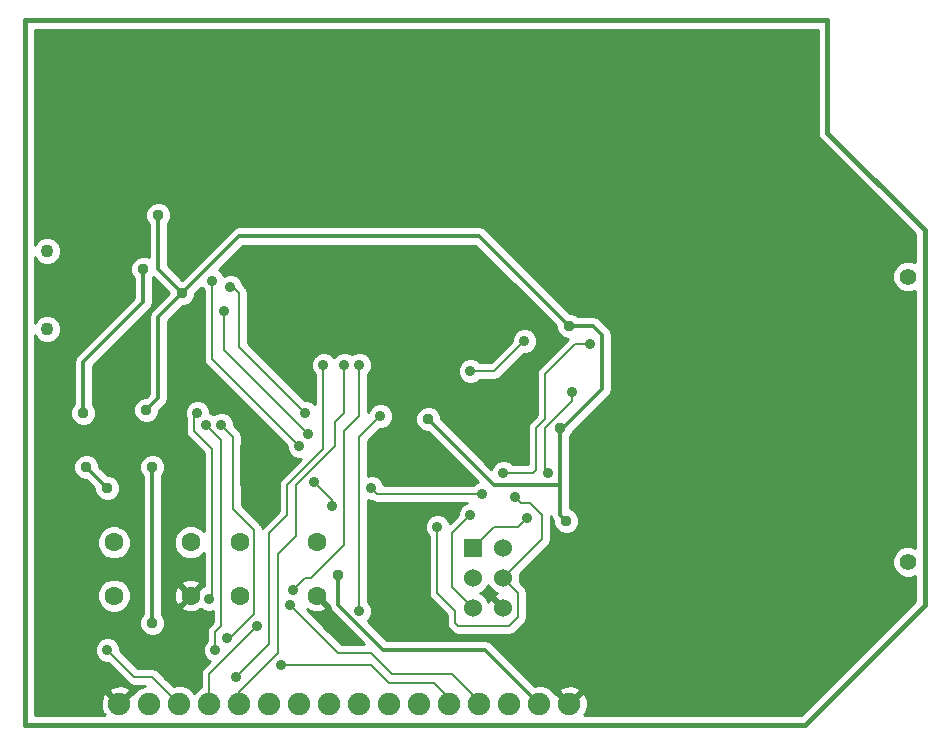
<source format=gbl>
G04 (created by PCBNEW-RS274X (2012-01-19 BZR 3256)-stable) date 6/8/2014 1:57:19 PM*
G01*
G70*
G90*
%MOIN*%
G04 Gerber Fmt 3.4, Leading zero omitted, Abs format*
%FSLAX34Y34*%
G04 APERTURE LIST*
%ADD10C,0.006000*%
%ADD11C,0.015000*%
%ADD12C,0.055100*%
%ADD13C,0.043300*%
%ADD14C,0.074800*%
%ADD15C,0.063000*%
%ADD16R,0.060000X0.060000*%
%ADD17C,0.060000*%
%ADD18C,0.037400*%
%ADD19C,0.035000*%
%ADD20C,0.008000*%
%ADD21C,0.013400*%
%ADD22C,0.010000*%
G04 APERTURE END LIST*
G54D10*
G54D11*
X73750Y-58500D02*
X65000Y-58500D01*
X77750Y-54500D02*
X73750Y-58500D01*
X47750Y-35000D02*
X48250Y-35000D01*
X47750Y-56250D02*
X47750Y-35000D01*
X65000Y-58500D02*
X47750Y-58500D01*
X77750Y-42000D02*
X77750Y-54500D01*
X74500Y-38750D02*
X77750Y-42000D01*
X74500Y-35000D02*
X74500Y-38750D01*
X48250Y-35000D02*
X74500Y-35000D01*
X47750Y-58500D02*
X47750Y-56250D01*
G54D12*
X77183Y-43551D03*
X77183Y-53059D03*
G54D13*
X48500Y-45299D03*
X48500Y-42701D03*
G54D14*
X50900Y-57800D03*
X51900Y-57800D03*
X52900Y-57800D03*
X53900Y-57800D03*
X54900Y-57800D03*
X55900Y-57800D03*
X56900Y-57800D03*
X57900Y-57800D03*
X58900Y-57800D03*
X59900Y-57800D03*
X60900Y-57800D03*
X61900Y-57800D03*
X62900Y-57800D03*
X63900Y-57800D03*
X64900Y-57800D03*
X65900Y-57800D03*
G54D15*
X57480Y-54186D03*
X54920Y-54186D03*
X57480Y-52414D03*
X54920Y-52414D03*
X53280Y-54186D03*
X50720Y-54186D03*
X53280Y-52414D03*
X50720Y-52414D03*
G54D16*
X62700Y-52600D03*
G54D17*
X63700Y-52600D03*
X62700Y-53600D03*
X63700Y-53600D03*
X62700Y-54600D03*
X63700Y-54600D03*
G54D18*
X49700Y-48100D03*
X51700Y-43300D03*
X58200Y-53500D03*
X50500Y-50600D03*
X49800Y-49900D03*
G54D19*
X64400Y-45700D03*
X62600Y-46700D03*
X57100Y-48100D03*
X54600Y-43900D03*
X59300Y-50600D03*
X63000Y-50800D03*
X66600Y-45800D03*
X63700Y-50100D03*
X54500Y-55600D03*
X54300Y-48500D03*
X53800Y-48500D03*
X56300Y-56500D03*
X54100Y-56000D03*
X56600Y-54500D03*
X53900Y-54300D03*
X53500Y-48100D03*
X59600Y-48200D03*
X58900Y-54700D03*
X54800Y-56900D03*
X57700Y-46500D03*
X57400Y-50400D03*
X58000Y-51200D03*
X64500Y-51600D03*
X61500Y-51900D03*
X64100Y-50900D03*
X65200Y-50100D03*
X66000Y-47400D03*
X56900Y-49200D03*
X54000Y-43700D03*
X55500Y-55200D03*
X58900Y-46500D03*
X56700Y-54000D03*
X62600Y-51500D03*
X58400Y-46500D03*
X54400Y-44700D03*
X57200Y-48800D03*
G54D18*
X51800Y-48000D03*
X65900Y-45200D03*
X65800Y-51700D03*
X52000Y-49900D03*
X52000Y-55100D03*
X65600Y-48600D03*
X61200Y-48300D03*
X53000Y-44100D03*
X52200Y-41500D03*
X57400Y-46100D03*
X56600Y-46000D03*
X55200Y-49000D03*
X55300Y-50800D03*
X64600Y-47900D03*
X61200Y-47200D03*
G54D19*
X50500Y-56000D03*
G54D20*
X61700Y-57900D02*
X61700Y-57800D01*
G54D21*
X63100Y-56000D02*
X64900Y-57800D01*
X51700Y-44000D02*
X51700Y-44400D01*
X51700Y-43300D02*
X51700Y-44000D01*
X51700Y-44400D02*
X49700Y-46400D01*
X49700Y-46400D02*
X49700Y-48100D01*
X50500Y-50600D02*
X49800Y-49900D01*
X62300Y-56000D02*
X63100Y-56000D01*
X59700Y-56000D02*
X58200Y-54500D01*
X60900Y-56000D02*
X62300Y-56000D01*
X60900Y-56000D02*
X59700Y-56000D01*
X58200Y-54500D02*
X58200Y-53500D01*
G54D20*
X63400Y-46700D02*
X64400Y-45700D01*
X62600Y-46700D02*
X63400Y-46700D01*
X54900Y-45900D02*
X54900Y-44100D01*
X54900Y-44100D02*
X54700Y-43900D01*
X57100Y-48100D02*
X54900Y-45900D01*
X54700Y-43900D02*
X54600Y-43900D01*
X64700Y-50100D02*
X63700Y-50100D01*
X65100Y-48300D02*
X64800Y-48600D01*
X65100Y-46800D02*
X65100Y-48300D01*
X64800Y-48600D02*
X64800Y-50000D01*
X66100Y-45800D02*
X65100Y-46800D01*
X64800Y-50000D02*
X64700Y-50100D01*
X63000Y-50800D02*
X62100Y-50800D01*
X66600Y-45800D02*
X66100Y-45800D01*
X59300Y-50600D02*
X59500Y-50800D01*
X59500Y-50800D02*
X62100Y-50800D01*
X54600Y-55600D02*
X54500Y-55600D01*
X55200Y-51800D02*
X55400Y-52000D01*
X54300Y-48500D02*
X54700Y-48900D01*
X54700Y-51300D02*
X55200Y-51800D01*
X55400Y-54800D02*
X54600Y-55600D01*
X55400Y-52000D02*
X55400Y-54800D01*
X54700Y-48900D02*
X54700Y-51300D01*
X53800Y-48500D02*
X54300Y-49000D01*
X56300Y-56500D02*
X57900Y-56500D01*
X61900Y-57600D02*
X61400Y-57100D01*
X59100Y-56500D02*
X59300Y-56500D01*
X54300Y-52200D02*
X54300Y-55200D01*
X57900Y-56500D02*
X58400Y-56500D01*
X54300Y-51800D02*
X54300Y-52100D01*
X54300Y-49000D02*
X54300Y-49300D01*
X54300Y-55200D02*
X54100Y-55400D01*
X54300Y-49300D02*
X54300Y-51800D01*
X54100Y-55400D02*
X54100Y-56000D01*
X54300Y-52100D02*
X54300Y-52200D01*
X58400Y-56500D02*
X59100Y-56500D01*
X59900Y-57100D02*
X61400Y-57100D01*
X59300Y-56500D02*
X59900Y-57100D01*
X61900Y-57800D02*
X61900Y-57600D01*
X62000Y-56800D02*
X62100Y-56900D01*
X53400Y-48700D02*
X54000Y-49300D01*
X59300Y-56100D02*
X59600Y-56400D01*
X53400Y-48200D02*
X53400Y-48700D01*
X62900Y-57800D02*
X62900Y-57700D01*
X59000Y-56100D02*
X59300Y-56100D01*
X54000Y-52100D02*
X54000Y-54200D01*
X59600Y-56400D02*
X60000Y-56800D01*
X62900Y-57700D02*
X62100Y-56900D01*
X53500Y-48100D02*
X53400Y-48200D01*
X58200Y-56100D02*
X59000Y-56100D01*
X54000Y-54200D02*
X53900Y-54300D01*
X54000Y-49300D02*
X54000Y-52100D01*
X56600Y-54500D02*
X58200Y-56100D01*
X60000Y-56800D02*
X62000Y-56800D01*
X59600Y-48200D02*
X58900Y-48900D01*
X58900Y-48900D02*
X58900Y-52200D01*
X58900Y-52200D02*
X58900Y-54700D01*
X56500Y-50500D02*
X56500Y-51500D01*
X57700Y-49300D02*
X56500Y-50500D01*
X55900Y-52100D02*
X55900Y-52600D01*
X55900Y-52600D02*
X55900Y-55600D01*
X56500Y-51500D02*
X55900Y-52100D01*
X55900Y-55800D02*
X54800Y-56900D01*
X57700Y-48200D02*
X57700Y-49300D01*
X55900Y-55600D02*
X55900Y-55800D01*
X57700Y-46500D02*
X57700Y-48200D01*
X57400Y-50400D02*
X58000Y-51000D01*
X58000Y-51000D02*
X58000Y-51200D01*
X64500Y-51600D02*
X64200Y-51900D01*
X64200Y-51900D02*
X63400Y-51900D01*
X63400Y-51900D02*
X62700Y-52600D01*
X62100Y-54700D02*
X62100Y-55100D01*
X61500Y-53700D02*
X61500Y-54100D01*
X64200Y-54900D02*
X64200Y-54100D01*
X62200Y-55200D02*
X63900Y-55200D01*
X65100Y-50000D02*
X65200Y-50100D01*
X63900Y-55200D02*
X64200Y-54900D01*
X61500Y-53200D02*
X61500Y-53700D01*
X66000Y-47700D02*
X65100Y-48600D01*
X61500Y-51900D02*
X61500Y-53200D01*
X65100Y-48600D02*
X65100Y-50000D01*
X65000Y-51500D02*
X65000Y-52300D01*
X64100Y-50900D02*
X64300Y-51100D01*
X62100Y-55100D02*
X62200Y-55200D01*
X64300Y-51100D02*
X64600Y-51100D01*
X64600Y-51100D02*
X65000Y-51500D01*
X66000Y-47400D02*
X66000Y-47700D01*
X65000Y-52300D02*
X63700Y-53600D01*
X64200Y-54100D02*
X63700Y-53600D01*
X61500Y-54100D02*
X62100Y-54700D01*
X56900Y-49200D02*
X54000Y-46300D01*
X54000Y-46300D02*
X54000Y-43700D01*
X58400Y-52500D02*
X57600Y-53300D01*
X53900Y-56800D02*
X53900Y-57800D01*
X57100Y-53600D02*
X57300Y-53600D01*
X58400Y-48700D02*
X58400Y-52500D01*
X58900Y-48200D02*
X58400Y-48700D01*
X56700Y-54000D02*
X57100Y-53600D01*
X58900Y-46500D02*
X58900Y-48200D01*
X57300Y-53600D02*
X57600Y-53300D01*
X55500Y-55200D02*
X53900Y-56800D01*
X62000Y-53900D02*
X62700Y-54600D01*
X62000Y-52100D02*
X62000Y-53900D01*
X62600Y-51500D02*
X62000Y-52100D01*
X58400Y-48100D02*
X58100Y-48400D01*
X58100Y-48400D02*
X58100Y-49200D01*
X56800Y-50500D02*
X56800Y-52200D01*
X58400Y-48100D02*
X58400Y-46500D01*
X54900Y-57400D02*
X54900Y-57800D01*
X56200Y-52800D02*
X56200Y-56100D01*
X58100Y-49200D02*
X56800Y-50500D01*
X56800Y-52200D02*
X56200Y-52800D01*
X56200Y-56100D02*
X55400Y-56900D01*
X55400Y-56900D02*
X54900Y-57400D01*
X54400Y-46000D02*
X54400Y-44700D01*
X57200Y-48800D02*
X54400Y-46000D01*
G54D21*
X61200Y-48300D02*
X61500Y-48600D01*
X67000Y-45500D02*
X67000Y-47300D01*
X61500Y-48600D02*
X63400Y-50500D01*
X65600Y-51500D02*
X65800Y-51700D01*
X65900Y-45200D02*
X64400Y-43700D01*
X52200Y-44900D02*
X53000Y-44100D01*
X65600Y-50500D02*
X65600Y-51500D01*
X52200Y-47600D02*
X52200Y-44900D01*
X51800Y-48000D02*
X52200Y-47600D01*
X54900Y-42200D02*
X53000Y-44100D01*
X64400Y-43700D02*
X62900Y-42200D01*
X52000Y-55100D02*
X52000Y-49900D01*
X65600Y-48600D02*
X65600Y-50500D01*
X53000Y-44100D02*
X52200Y-43300D01*
X63400Y-50500D02*
X65600Y-50500D01*
X67000Y-47300D02*
X65700Y-48600D01*
X66700Y-45200D02*
X67000Y-45500D01*
X62900Y-42200D02*
X54900Y-42200D01*
X65700Y-48600D02*
X65600Y-48600D01*
X65900Y-45200D02*
X66700Y-45200D01*
X52200Y-43300D02*
X52200Y-41500D01*
X55000Y-49200D02*
X55000Y-50500D01*
X57400Y-46100D02*
X57300Y-46000D01*
X57300Y-46000D02*
X56600Y-46000D01*
X55000Y-50500D02*
X55300Y-50800D01*
X55200Y-49000D02*
X55000Y-49200D01*
X63900Y-47200D02*
X64600Y-47900D01*
X61200Y-47200D02*
X63900Y-47200D01*
G54D20*
X50500Y-56000D02*
X50700Y-56200D01*
X51400Y-56900D02*
X52000Y-56900D01*
X50700Y-56200D02*
X51400Y-56900D01*
X52000Y-56900D02*
X52900Y-57800D01*
G54D10*
G36*
X59062Y-55810D02*
X59000Y-55810D01*
X58320Y-55810D01*
X57798Y-55287D01*
X57159Y-54648D01*
X57177Y-54629D01*
X57190Y-54670D01*
X57397Y-54744D01*
X57617Y-54733D01*
X57770Y-54670D01*
X57798Y-54575D01*
X57515Y-54292D01*
X57480Y-54257D01*
X57409Y-54186D01*
X57480Y-54115D01*
X57551Y-54186D01*
X57586Y-54221D01*
X57869Y-54504D01*
X57883Y-54499D01*
X57883Y-54500D01*
X57907Y-54622D01*
X57976Y-54724D01*
X59062Y-55810D01*
X59062Y-55810D01*
G37*
G54D22*
X59062Y-55810D02*
X59000Y-55810D01*
X58320Y-55810D01*
X57798Y-55287D01*
X57159Y-54648D01*
X57177Y-54629D01*
X57190Y-54670D01*
X57397Y-54744D01*
X57617Y-54733D01*
X57770Y-54670D01*
X57798Y-54575D01*
X57515Y-54292D01*
X57480Y-54257D01*
X57409Y-54186D01*
X57480Y-54115D01*
X57551Y-54186D01*
X57586Y-54221D01*
X57869Y-54504D01*
X57883Y-54499D01*
X57883Y-54500D01*
X57907Y-54622D01*
X57976Y-54724D01*
X59062Y-55810D01*
G54D10*
G36*
X63771Y-54600D02*
X63700Y-54671D01*
X63629Y-54600D01*
X63594Y-54565D01*
X63322Y-54292D01*
X63228Y-54319D01*
X63204Y-54384D01*
X63165Y-54289D01*
X63011Y-54135D01*
X62926Y-54100D01*
X63011Y-54065D01*
X63165Y-53911D01*
X63200Y-53826D01*
X63235Y-53911D01*
X63389Y-54065D01*
X63480Y-54102D01*
X63419Y-54128D01*
X63392Y-54222D01*
X63665Y-54494D01*
X63700Y-54529D01*
X63771Y-54600D01*
X63771Y-54600D01*
G37*
G54D22*
X63771Y-54600D02*
X63700Y-54671D01*
X63629Y-54600D01*
X63594Y-54565D01*
X63322Y-54292D01*
X63228Y-54319D01*
X63204Y-54384D01*
X63165Y-54289D01*
X63011Y-54135D01*
X62926Y-54100D01*
X63011Y-54065D01*
X63165Y-53911D01*
X63200Y-53826D01*
X63235Y-53911D01*
X63389Y-54065D01*
X63480Y-54102D01*
X63419Y-54128D01*
X63392Y-54222D01*
X63665Y-54494D01*
X63700Y-54529D01*
X63771Y-54600D01*
G54D10*
G36*
X65853Y-45637D02*
X64895Y-46595D01*
X64832Y-46689D01*
X64825Y-46724D01*
X64825Y-45785D01*
X64825Y-45616D01*
X64761Y-45460D01*
X64641Y-45340D01*
X64485Y-45275D01*
X64316Y-45275D01*
X64160Y-45339D01*
X64040Y-45459D01*
X63975Y-45615D01*
X63975Y-45715D01*
X63280Y-46410D01*
X62911Y-46410D01*
X62841Y-46340D01*
X62685Y-46275D01*
X62516Y-46275D01*
X62360Y-46339D01*
X62240Y-46459D01*
X62175Y-46615D01*
X62175Y-46784D01*
X62239Y-46940D01*
X62359Y-47060D01*
X62515Y-47125D01*
X62684Y-47125D01*
X62840Y-47061D01*
X62911Y-46990D01*
X63400Y-46990D01*
X63511Y-46968D01*
X63605Y-46905D01*
X64385Y-46125D01*
X64484Y-46125D01*
X64640Y-46061D01*
X64760Y-45941D01*
X64825Y-45785D01*
X64825Y-46724D01*
X64810Y-46800D01*
X64810Y-48180D01*
X64595Y-48395D01*
X64532Y-48489D01*
X64510Y-48600D01*
X64510Y-49810D01*
X64011Y-49810D01*
X63941Y-49740D01*
X63785Y-49675D01*
X63616Y-49675D01*
X63460Y-49739D01*
X63340Y-49859D01*
X63300Y-49952D01*
X61724Y-48376D01*
X61637Y-48289D01*
X61637Y-48214D01*
X61571Y-48053D01*
X61448Y-47930D01*
X61288Y-47863D01*
X61114Y-47863D01*
X60953Y-47929D01*
X60830Y-48052D01*
X60763Y-48212D01*
X60763Y-48386D01*
X60829Y-48547D01*
X60952Y-48670D01*
X61112Y-48737D01*
X61189Y-48737D01*
X61276Y-48824D01*
X62852Y-50400D01*
X62760Y-50439D01*
X62689Y-50510D01*
X62100Y-50510D01*
X59722Y-50510D01*
X59661Y-50360D01*
X59541Y-50240D01*
X59385Y-50175D01*
X59216Y-50175D01*
X59190Y-50185D01*
X59190Y-49020D01*
X59585Y-48625D01*
X59684Y-48625D01*
X59840Y-48561D01*
X59960Y-48441D01*
X60025Y-48285D01*
X60025Y-48116D01*
X59961Y-47960D01*
X59841Y-47840D01*
X59685Y-47775D01*
X59516Y-47775D01*
X59360Y-47839D01*
X59240Y-47959D01*
X59190Y-48079D01*
X59190Y-46811D01*
X59260Y-46741D01*
X59325Y-46585D01*
X59325Y-46416D01*
X59261Y-46260D01*
X59141Y-46140D01*
X58985Y-46075D01*
X58816Y-46075D01*
X58660Y-46139D01*
X58650Y-46149D01*
X58641Y-46140D01*
X58485Y-46075D01*
X58316Y-46075D01*
X58160Y-46139D01*
X58050Y-46249D01*
X57941Y-46140D01*
X57785Y-46075D01*
X57616Y-46075D01*
X57460Y-46139D01*
X57340Y-46259D01*
X57275Y-46415D01*
X57275Y-46584D01*
X57339Y-46740D01*
X57410Y-46811D01*
X57410Y-47809D01*
X57341Y-47740D01*
X57185Y-47675D01*
X57085Y-47675D01*
X55190Y-45780D01*
X55190Y-44100D01*
X55189Y-44099D01*
X55168Y-43989D01*
X55167Y-43988D01*
X55105Y-43895D01*
X55104Y-43894D01*
X55024Y-43814D01*
X54961Y-43660D01*
X54841Y-43540D01*
X54685Y-43475D01*
X54516Y-43475D01*
X54388Y-43527D01*
X54361Y-43460D01*
X54241Y-43340D01*
X54217Y-43330D01*
X55031Y-42517D01*
X62769Y-42517D01*
X64176Y-43924D01*
X65463Y-45211D01*
X65463Y-45286D01*
X65529Y-45447D01*
X65652Y-45570D01*
X65812Y-45637D01*
X65853Y-45637D01*
X65853Y-45637D01*
G37*
G54D22*
X65853Y-45637D02*
X64895Y-46595D01*
X64832Y-46689D01*
X64825Y-46724D01*
X64825Y-45785D01*
X64825Y-45616D01*
X64761Y-45460D01*
X64641Y-45340D01*
X64485Y-45275D01*
X64316Y-45275D01*
X64160Y-45339D01*
X64040Y-45459D01*
X63975Y-45615D01*
X63975Y-45715D01*
X63280Y-46410D01*
X62911Y-46410D01*
X62841Y-46340D01*
X62685Y-46275D01*
X62516Y-46275D01*
X62360Y-46339D01*
X62240Y-46459D01*
X62175Y-46615D01*
X62175Y-46784D01*
X62239Y-46940D01*
X62359Y-47060D01*
X62515Y-47125D01*
X62684Y-47125D01*
X62840Y-47061D01*
X62911Y-46990D01*
X63400Y-46990D01*
X63511Y-46968D01*
X63605Y-46905D01*
X64385Y-46125D01*
X64484Y-46125D01*
X64640Y-46061D01*
X64760Y-45941D01*
X64825Y-45785D01*
X64825Y-46724D01*
X64810Y-46800D01*
X64810Y-48180D01*
X64595Y-48395D01*
X64532Y-48489D01*
X64510Y-48600D01*
X64510Y-49810D01*
X64011Y-49810D01*
X63941Y-49740D01*
X63785Y-49675D01*
X63616Y-49675D01*
X63460Y-49739D01*
X63340Y-49859D01*
X63300Y-49952D01*
X61724Y-48376D01*
X61637Y-48289D01*
X61637Y-48214D01*
X61571Y-48053D01*
X61448Y-47930D01*
X61288Y-47863D01*
X61114Y-47863D01*
X60953Y-47929D01*
X60830Y-48052D01*
X60763Y-48212D01*
X60763Y-48386D01*
X60829Y-48547D01*
X60952Y-48670D01*
X61112Y-48737D01*
X61189Y-48737D01*
X61276Y-48824D01*
X62852Y-50400D01*
X62760Y-50439D01*
X62689Y-50510D01*
X62100Y-50510D01*
X59722Y-50510D01*
X59661Y-50360D01*
X59541Y-50240D01*
X59385Y-50175D01*
X59216Y-50175D01*
X59190Y-50185D01*
X59190Y-49020D01*
X59585Y-48625D01*
X59684Y-48625D01*
X59840Y-48561D01*
X59960Y-48441D01*
X60025Y-48285D01*
X60025Y-48116D01*
X59961Y-47960D01*
X59841Y-47840D01*
X59685Y-47775D01*
X59516Y-47775D01*
X59360Y-47839D01*
X59240Y-47959D01*
X59190Y-48079D01*
X59190Y-46811D01*
X59260Y-46741D01*
X59325Y-46585D01*
X59325Y-46416D01*
X59261Y-46260D01*
X59141Y-46140D01*
X58985Y-46075D01*
X58816Y-46075D01*
X58660Y-46139D01*
X58650Y-46149D01*
X58641Y-46140D01*
X58485Y-46075D01*
X58316Y-46075D01*
X58160Y-46139D01*
X58050Y-46249D01*
X57941Y-46140D01*
X57785Y-46075D01*
X57616Y-46075D01*
X57460Y-46139D01*
X57340Y-46259D01*
X57275Y-46415D01*
X57275Y-46584D01*
X57339Y-46740D01*
X57410Y-46811D01*
X57410Y-47809D01*
X57341Y-47740D01*
X57185Y-47675D01*
X57085Y-47675D01*
X55190Y-45780D01*
X55190Y-44100D01*
X55189Y-44099D01*
X55168Y-43989D01*
X55167Y-43988D01*
X55105Y-43895D01*
X55104Y-43894D01*
X55024Y-43814D01*
X54961Y-43660D01*
X54841Y-43540D01*
X54685Y-43475D01*
X54516Y-43475D01*
X54388Y-43527D01*
X54361Y-43460D01*
X54241Y-43340D01*
X54217Y-43330D01*
X55031Y-42517D01*
X62769Y-42517D01*
X64176Y-43924D01*
X65463Y-45211D01*
X65463Y-45286D01*
X65529Y-45447D01*
X65652Y-45570D01*
X65812Y-45637D01*
X65853Y-45637D01*
G54D10*
G36*
X77425Y-54365D02*
X73615Y-58175D01*
X66517Y-58175D01*
X66416Y-58175D01*
X66383Y-58141D01*
X66432Y-58125D01*
X66517Y-57896D01*
X66507Y-57653D01*
X66432Y-57475D01*
X66331Y-57440D01*
X66260Y-57511D01*
X66260Y-57369D01*
X66225Y-57268D01*
X65996Y-57183D01*
X65753Y-57193D01*
X65575Y-57268D01*
X65540Y-57369D01*
X65900Y-57729D01*
X66260Y-57369D01*
X66260Y-57511D01*
X66006Y-57765D01*
X65971Y-57800D01*
X65900Y-57871D01*
X65829Y-57800D01*
X65794Y-57765D01*
X65469Y-57440D01*
X65431Y-57452D01*
X65429Y-57447D01*
X65254Y-57271D01*
X65024Y-57176D01*
X64776Y-57176D01*
X64739Y-57191D01*
X63324Y-55776D01*
X63222Y-55707D01*
X63100Y-55683D01*
X62300Y-55683D01*
X60900Y-55683D01*
X59831Y-55683D01*
X59174Y-55026D01*
X59260Y-54941D01*
X59325Y-54785D01*
X59325Y-54616D01*
X59261Y-54460D01*
X59190Y-54389D01*
X59190Y-52200D01*
X59190Y-51014D01*
X59215Y-51025D01*
X59324Y-51025D01*
X59325Y-51025D01*
X59388Y-51067D01*
X59389Y-51068D01*
X59499Y-51089D01*
X59500Y-51090D01*
X62100Y-51090D01*
X62479Y-51090D01*
X62360Y-51139D01*
X62240Y-51259D01*
X62175Y-51415D01*
X62175Y-51515D01*
X61910Y-51779D01*
X61861Y-51660D01*
X61741Y-51540D01*
X61585Y-51475D01*
X61416Y-51475D01*
X61260Y-51539D01*
X61140Y-51659D01*
X61075Y-51815D01*
X61075Y-51984D01*
X61139Y-52140D01*
X61210Y-52211D01*
X61210Y-53200D01*
X61210Y-53700D01*
X61210Y-54100D01*
X61232Y-54211D01*
X61295Y-54305D01*
X61810Y-54820D01*
X61810Y-55100D01*
X61832Y-55211D01*
X61895Y-55305D01*
X61995Y-55405D01*
X62089Y-55468D01*
X62200Y-55490D01*
X63900Y-55490D01*
X64011Y-55468D01*
X64105Y-55405D01*
X64405Y-55105D01*
X64468Y-55011D01*
X64490Y-54900D01*
X64490Y-54100D01*
X64468Y-53989D01*
X64405Y-53895D01*
X64240Y-53730D01*
X64249Y-53709D01*
X64249Y-53491D01*
X64240Y-53469D01*
X65205Y-52505D01*
X65268Y-52411D01*
X65290Y-52300D01*
X65290Y-51535D01*
X65307Y-51622D01*
X65363Y-51704D01*
X65363Y-51786D01*
X65429Y-51947D01*
X65552Y-52070D01*
X65712Y-52137D01*
X65886Y-52137D01*
X66047Y-52071D01*
X66170Y-51948D01*
X66237Y-51788D01*
X66237Y-51614D01*
X66171Y-51453D01*
X66048Y-51330D01*
X65917Y-51275D01*
X65917Y-50500D01*
X65917Y-48901D01*
X65970Y-48848D01*
X66020Y-48727D01*
X67224Y-47524D01*
X67292Y-47422D01*
X67293Y-47421D01*
X67316Y-47300D01*
X67317Y-47300D01*
X67317Y-45500D01*
X67293Y-45379D01*
X67293Y-45378D01*
X67224Y-45276D01*
X66924Y-44976D01*
X66822Y-44907D01*
X66700Y-44883D01*
X66201Y-44883D01*
X66148Y-44830D01*
X65988Y-44763D01*
X65911Y-44763D01*
X64624Y-43476D01*
X63124Y-41976D01*
X63022Y-41907D01*
X62900Y-41883D01*
X54900Y-41883D01*
X54778Y-41907D01*
X54676Y-41976D01*
X53000Y-43652D01*
X52517Y-43169D01*
X52517Y-41801D01*
X52570Y-41748D01*
X52637Y-41588D01*
X52637Y-41414D01*
X52571Y-41253D01*
X52448Y-41130D01*
X52288Y-41063D01*
X52114Y-41063D01*
X51953Y-41129D01*
X51830Y-41252D01*
X51763Y-41412D01*
X51763Y-41586D01*
X51829Y-41747D01*
X51883Y-41801D01*
X51883Y-42902D01*
X51788Y-42863D01*
X51614Y-42863D01*
X51453Y-42929D01*
X51330Y-43052D01*
X51263Y-43212D01*
X51263Y-43386D01*
X51329Y-43547D01*
X51383Y-43601D01*
X51383Y-44000D01*
X51383Y-44269D01*
X49476Y-46176D01*
X49407Y-46278D01*
X49383Y-46400D01*
X49383Y-47799D01*
X49330Y-47852D01*
X49263Y-48012D01*
X49263Y-48186D01*
X49329Y-48347D01*
X49452Y-48470D01*
X49612Y-48537D01*
X49786Y-48537D01*
X49947Y-48471D01*
X50070Y-48348D01*
X50137Y-48188D01*
X50137Y-48014D01*
X50071Y-47853D01*
X50017Y-47799D01*
X50017Y-46531D01*
X51924Y-44624D01*
X51992Y-44522D01*
X51993Y-44521D01*
X52016Y-44400D01*
X52017Y-44400D01*
X52017Y-44000D01*
X52017Y-43601D01*
X52035Y-43583D01*
X52552Y-44100D01*
X51976Y-44676D01*
X51907Y-44778D01*
X51883Y-44900D01*
X51883Y-47468D01*
X51788Y-47563D01*
X51714Y-47563D01*
X51553Y-47629D01*
X51430Y-47752D01*
X51363Y-47912D01*
X51363Y-48086D01*
X51429Y-48247D01*
X51552Y-48370D01*
X51712Y-48437D01*
X51886Y-48437D01*
X52047Y-48371D01*
X52170Y-48248D01*
X52237Y-48088D01*
X52237Y-48011D01*
X52424Y-47825D01*
X52424Y-47824D01*
X52469Y-47756D01*
X52492Y-47722D01*
X52493Y-47721D01*
X52516Y-47600D01*
X52517Y-47600D01*
X52517Y-45031D01*
X53011Y-44537D01*
X53086Y-44537D01*
X53247Y-44471D01*
X53370Y-44348D01*
X53437Y-44188D01*
X53437Y-44111D01*
X53629Y-43918D01*
X53639Y-43940D01*
X53710Y-44011D01*
X53710Y-46300D01*
X53732Y-46411D01*
X53795Y-46505D01*
X56475Y-49185D01*
X56475Y-49284D01*
X56539Y-49440D01*
X56659Y-49560D01*
X56815Y-49625D01*
X56965Y-49625D01*
X56295Y-50295D01*
X56232Y-50389D01*
X56210Y-50500D01*
X56210Y-51380D01*
X55695Y-51895D01*
X55675Y-51924D01*
X55668Y-51889D01*
X55667Y-51888D01*
X55605Y-51795D01*
X55604Y-51794D01*
X55405Y-51595D01*
X54990Y-51180D01*
X54990Y-48900D01*
X54971Y-48806D01*
X54968Y-48789D01*
X54968Y-48788D01*
X54905Y-48695D01*
X54905Y-48694D01*
X54725Y-48514D01*
X54725Y-48416D01*
X54661Y-48260D01*
X54541Y-48140D01*
X54385Y-48075D01*
X54216Y-48075D01*
X54060Y-48139D01*
X54050Y-48149D01*
X54041Y-48140D01*
X53925Y-48091D01*
X53925Y-48016D01*
X53861Y-47860D01*
X53741Y-47740D01*
X53585Y-47675D01*
X53416Y-47675D01*
X53260Y-47739D01*
X53140Y-47859D01*
X53075Y-48015D01*
X53075Y-48184D01*
X53110Y-48269D01*
X53110Y-48700D01*
X53132Y-48811D01*
X53195Y-48905D01*
X53710Y-49420D01*
X53710Y-52045D01*
X53600Y-51935D01*
X53393Y-51849D01*
X53168Y-51849D01*
X52960Y-51935D01*
X52801Y-52094D01*
X52715Y-52301D01*
X52715Y-52526D01*
X52801Y-52734D01*
X52960Y-52893D01*
X53167Y-52979D01*
X53392Y-52979D01*
X53600Y-52893D01*
X53710Y-52783D01*
X53710Y-53880D01*
X53669Y-53868D01*
X53598Y-53939D01*
X53598Y-53797D01*
X53570Y-53702D01*
X53363Y-53628D01*
X53143Y-53639D01*
X52990Y-53702D01*
X52962Y-53797D01*
X53280Y-54115D01*
X53598Y-53797D01*
X53598Y-53939D01*
X53386Y-54151D01*
X53351Y-54186D01*
X53280Y-54257D01*
X53245Y-54292D01*
X53209Y-54328D01*
X53209Y-54186D01*
X52891Y-53868D01*
X52796Y-53896D01*
X52722Y-54103D01*
X52733Y-54323D01*
X52796Y-54476D01*
X52891Y-54504D01*
X53209Y-54186D01*
X53209Y-54328D01*
X52962Y-54575D01*
X52990Y-54670D01*
X53197Y-54744D01*
X53417Y-54733D01*
X53570Y-54670D01*
X53581Y-54628D01*
X53616Y-54663D01*
X53639Y-54640D01*
X53659Y-54660D01*
X53815Y-54725D01*
X53984Y-54725D01*
X54010Y-54714D01*
X54010Y-55080D01*
X53895Y-55195D01*
X53832Y-55289D01*
X53810Y-55400D01*
X53810Y-55689D01*
X53740Y-55759D01*
X53675Y-55915D01*
X53675Y-56084D01*
X53739Y-56240D01*
X53859Y-56360D01*
X53909Y-56380D01*
X53695Y-56595D01*
X53632Y-56689D01*
X53610Y-56800D01*
X53610Y-57244D01*
X53547Y-57271D01*
X53399Y-57417D01*
X53254Y-57271D01*
X53024Y-57176D01*
X52776Y-57176D01*
X52712Y-57202D01*
X52437Y-56927D01*
X52437Y-55188D01*
X52437Y-55014D01*
X52371Y-54853D01*
X52317Y-54799D01*
X52317Y-50201D01*
X52370Y-50148D01*
X52437Y-49988D01*
X52437Y-49814D01*
X52371Y-49653D01*
X52248Y-49530D01*
X52088Y-49463D01*
X51914Y-49463D01*
X51753Y-49529D01*
X51630Y-49652D01*
X51563Y-49812D01*
X51563Y-49986D01*
X51629Y-50147D01*
X51683Y-50201D01*
X51683Y-54799D01*
X51630Y-54852D01*
X51563Y-55012D01*
X51563Y-55186D01*
X51629Y-55347D01*
X51752Y-55470D01*
X51912Y-55537D01*
X52086Y-55537D01*
X52247Y-55471D01*
X52370Y-55348D01*
X52437Y-55188D01*
X52437Y-56927D01*
X52205Y-56695D01*
X52111Y-56632D01*
X52000Y-56610D01*
X51520Y-56610D01*
X51285Y-56375D01*
X51285Y-54299D01*
X51285Y-54074D01*
X51285Y-52527D01*
X51285Y-52302D01*
X51199Y-52094D01*
X51040Y-51935D01*
X50937Y-51892D01*
X50937Y-50688D01*
X50937Y-50514D01*
X50871Y-50353D01*
X50748Y-50230D01*
X50588Y-50163D01*
X50511Y-50163D01*
X50237Y-49889D01*
X50237Y-49814D01*
X50171Y-49653D01*
X50048Y-49530D01*
X49888Y-49463D01*
X49714Y-49463D01*
X49553Y-49529D01*
X49430Y-49652D01*
X49363Y-49812D01*
X49363Y-49986D01*
X49429Y-50147D01*
X49552Y-50270D01*
X49712Y-50337D01*
X49789Y-50337D01*
X50063Y-50611D01*
X50063Y-50686D01*
X50129Y-50847D01*
X50252Y-50970D01*
X50412Y-51037D01*
X50586Y-51037D01*
X50747Y-50971D01*
X50870Y-50848D01*
X50937Y-50688D01*
X50937Y-51892D01*
X50833Y-51849D01*
X50608Y-51849D01*
X50400Y-51935D01*
X50241Y-52094D01*
X50155Y-52301D01*
X50155Y-52526D01*
X50241Y-52734D01*
X50400Y-52893D01*
X50607Y-52979D01*
X50832Y-52979D01*
X51040Y-52893D01*
X51199Y-52734D01*
X51285Y-52527D01*
X51285Y-54074D01*
X51199Y-53866D01*
X51040Y-53707D01*
X50833Y-53621D01*
X50608Y-53621D01*
X50400Y-53707D01*
X50241Y-53866D01*
X50155Y-54073D01*
X50155Y-54298D01*
X50241Y-54506D01*
X50400Y-54665D01*
X50607Y-54751D01*
X50832Y-54751D01*
X51040Y-54665D01*
X51199Y-54506D01*
X51285Y-54299D01*
X51285Y-56375D01*
X50925Y-56015D01*
X50925Y-55916D01*
X50861Y-55760D01*
X50741Y-55640D01*
X50585Y-55575D01*
X50416Y-55575D01*
X50260Y-55639D01*
X50140Y-55759D01*
X50075Y-55915D01*
X50075Y-56084D01*
X50139Y-56240D01*
X50259Y-56360D01*
X50415Y-56425D01*
X50515Y-56425D01*
X51194Y-57104D01*
X51195Y-57105D01*
X51288Y-57167D01*
X51289Y-57168D01*
X51399Y-57189D01*
X51400Y-57190D01*
X51742Y-57190D01*
X51547Y-57271D01*
X51371Y-57446D01*
X51368Y-57452D01*
X51331Y-57440D01*
X51260Y-57511D01*
X51260Y-57369D01*
X51225Y-57268D01*
X50996Y-57183D01*
X50753Y-57193D01*
X50575Y-57268D01*
X50540Y-57369D01*
X50900Y-57729D01*
X51260Y-57369D01*
X51260Y-57511D01*
X51006Y-57765D01*
X50971Y-57800D01*
X50900Y-57871D01*
X50829Y-57800D01*
X50794Y-57765D01*
X50469Y-57440D01*
X50368Y-57475D01*
X50283Y-57704D01*
X50293Y-57947D01*
X50368Y-58125D01*
X50416Y-58141D01*
X50383Y-58175D01*
X48075Y-58175D01*
X48075Y-56250D01*
X48075Y-45489D01*
X48105Y-45562D01*
X48236Y-45694D01*
X48407Y-45765D01*
X48592Y-45765D01*
X48763Y-45694D01*
X48895Y-45563D01*
X48966Y-45392D01*
X48966Y-45207D01*
X48895Y-45036D01*
X48764Y-44904D01*
X48593Y-44833D01*
X48408Y-44833D01*
X48237Y-44904D01*
X48105Y-45035D01*
X48075Y-45107D01*
X48075Y-42891D01*
X48105Y-42964D01*
X48236Y-43096D01*
X48407Y-43167D01*
X48592Y-43167D01*
X48763Y-43096D01*
X48895Y-42965D01*
X48966Y-42794D01*
X48966Y-42609D01*
X48895Y-42438D01*
X48764Y-42306D01*
X48593Y-42235D01*
X48408Y-42235D01*
X48237Y-42306D01*
X48105Y-42437D01*
X48075Y-42509D01*
X48075Y-35325D01*
X48250Y-35325D01*
X74175Y-35325D01*
X74175Y-38750D01*
X74200Y-38874D01*
X74270Y-38980D01*
X77425Y-42135D01*
X77425Y-43082D01*
X77288Y-43026D01*
X77079Y-43026D01*
X76886Y-43106D01*
X76738Y-43253D01*
X76658Y-43446D01*
X76658Y-43655D01*
X76738Y-43848D01*
X76885Y-43996D01*
X77078Y-44076D01*
X77287Y-44076D01*
X77425Y-44018D01*
X77425Y-52590D01*
X77288Y-52534D01*
X77079Y-52534D01*
X76886Y-52614D01*
X76738Y-52761D01*
X76658Y-52954D01*
X76658Y-53163D01*
X76738Y-53356D01*
X76885Y-53504D01*
X77078Y-53584D01*
X77287Y-53584D01*
X77425Y-53526D01*
X77425Y-54365D01*
X77425Y-54365D01*
G37*
G54D22*
X77425Y-54365D02*
X73615Y-58175D01*
X66517Y-58175D01*
X66416Y-58175D01*
X66383Y-58141D01*
X66432Y-58125D01*
X66517Y-57896D01*
X66507Y-57653D01*
X66432Y-57475D01*
X66331Y-57440D01*
X66260Y-57511D01*
X66260Y-57369D01*
X66225Y-57268D01*
X65996Y-57183D01*
X65753Y-57193D01*
X65575Y-57268D01*
X65540Y-57369D01*
X65900Y-57729D01*
X66260Y-57369D01*
X66260Y-57511D01*
X66006Y-57765D01*
X65971Y-57800D01*
X65900Y-57871D01*
X65829Y-57800D01*
X65794Y-57765D01*
X65469Y-57440D01*
X65431Y-57452D01*
X65429Y-57447D01*
X65254Y-57271D01*
X65024Y-57176D01*
X64776Y-57176D01*
X64739Y-57191D01*
X63324Y-55776D01*
X63222Y-55707D01*
X63100Y-55683D01*
X62300Y-55683D01*
X60900Y-55683D01*
X59831Y-55683D01*
X59174Y-55026D01*
X59260Y-54941D01*
X59325Y-54785D01*
X59325Y-54616D01*
X59261Y-54460D01*
X59190Y-54389D01*
X59190Y-52200D01*
X59190Y-51014D01*
X59215Y-51025D01*
X59324Y-51025D01*
X59325Y-51025D01*
X59388Y-51067D01*
X59389Y-51068D01*
X59499Y-51089D01*
X59500Y-51090D01*
X62100Y-51090D01*
X62479Y-51090D01*
X62360Y-51139D01*
X62240Y-51259D01*
X62175Y-51415D01*
X62175Y-51515D01*
X61910Y-51779D01*
X61861Y-51660D01*
X61741Y-51540D01*
X61585Y-51475D01*
X61416Y-51475D01*
X61260Y-51539D01*
X61140Y-51659D01*
X61075Y-51815D01*
X61075Y-51984D01*
X61139Y-52140D01*
X61210Y-52211D01*
X61210Y-53200D01*
X61210Y-53700D01*
X61210Y-54100D01*
X61232Y-54211D01*
X61295Y-54305D01*
X61810Y-54820D01*
X61810Y-55100D01*
X61832Y-55211D01*
X61895Y-55305D01*
X61995Y-55405D01*
X62089Y-55468D01*
X62200Y-55490D01*
X63900Y-55490D01*
X64011Y-55468D01*
X64105Y-55405D01*
X64405Y-55105D01*
X64468Y-55011D01*
X64490Y-54900D01*
X64490Y-54100D01*
X64468Y-53989D01*
X64405Y-53895D01*
X64240Y-53730D01*
X64249Y-53709D01*
X64249Y-53491D01*
X64240Y-53469D01*
X65205Y-52505D01*
X65268Y-52411D01*
X65290Y-52300D01*
X65290Y-51535D01*
X65307Y-51622D01*
X65363Y-51704D01*
X65363Y-51786D01*
X65429Y-51947D01*
X65552Y-52070D01*
X65712Y-52137D01*
X65886Y-52137D01*
X66047Y-52071D01*
X66170Y-51948D01*
X66237Y-51788D01*
X66237Y-51614D01*
X66171Y-51453D01*
X66048Y-51330D01*
X65917Y-51275D01*
X65917Y-50500D01*
X65917Y-48901D01*
X65970Y-48848D01*
X66020Y-48727D01*
X67224Y-47524D01*
X67292Y-47422D01*
X67293Y-47421D01*
X67316Y-47300D01*
X67317Y-47300D01*
X67317Y-45500D01*
X67293Y-45379D01*
X67293Y-45378D01*
X67224Y-45276D01*
X66924Y-44976D01*
X66822Y-44907D01*
X66700Y-44883D01*
X66201Y-44883D01*
X66148Y-44830D01*
X65988Y-44763D01*
X65911Y-44763D01*
X64624Y-43476D01*
X63124Y-41976D01*
X63022Y-41907D01*
X62900Y-41883D01*
X54900Y-41883D01*
X54778Y-41907D01*
X54676Y-41976D01*
X53000Y-43652D01*
X52517Y-43169D01*
X52517Y-41801D01*
X52570Y-41748D01*
X52637Y-41588D01*
X52637Y-41414D01*
X52571Y-41253D01*
X52448Y-41130D01*
X52288Y-41063D01*
X52114Y-41063D01*
X51953Y-41129D01*
X51830Y-41252D01*
X51763Y-41412D01*
X51763Y-41586D01*
X51829Y-41747D01*
X51883Y-41801D01*
X51883Y-42902D01*
X51788Y-42863D01*
X51614Y-42863D01*
X51453Y-42929D01*
X51330Y-43052D01*
X51263Y-43212D01*
X51263Y-43386D01*
X51329Y-43547D01*
X51383Y-43601D01*
X51383Y-44000D01*
X51383Y-44269D01*
X49476Y-46176D01*
X49407Y-46278D01*
X49383Y-46400D01*
X49383Y-47799D01*
X49330Y-47852D01*
X49263Y-48012D01*
X49263Y-48186D01*
X49329Y-48347D01*
X49452Y-48470D01*
X49612Y-48537D01*
X49786Y-48537D01*
X49947Y-48471D01*
X50070Y-48348D01*
X50137Y-48188D01*
X50137Y-48014D01*
X50071Y-47853D01*
X50017Y-47799D01*
X50017Y-46531D01*
X51924Y-44624D01*
X51992Y-44522D01*
X51993Y-44521D01*
X52016Y-44400D01*
X52017Y-44400D01*
X52017Y-44000D01*
X52017Y-43601D01*
X52035Y-43583D01*
X52552Y-44100D01*
X51976Y-44676D01*
X51907Y-44778D01*
X51883Y-44900D01*
X51883Y-47468D01*
X51788Y-47563D01*
X51714Y-47563D01*
X51553Y-47629D01*
X51430Y-47752D01*
X51363Y-47912D01*
X51363Y-48086D01*
X51429Y-48247D01*
X51552Y-48370D01*
X51712Y-48437D01*
X51886Y-48437D01*
X52047Y-48371D01*
X52170Y-48248D01*
X52237Y-48088D01*
X52237Y-48011D01*
X52424Y-47825D01*
X52424Y-47824D01*
X52469Y-47756D01*
X52492Y-47722D01*
X52493Y-47721D01*
X52516Y-47600D01*
X52517Y-47600D01*
X52517Y-45031D01*
X53011Y-44537D01*
X53086Y-44537D01*
X53247Y-44471D01*
X53370Y-44348D01*
X53437Y-44188D01*
X53437Y-44111D01*
X53629Y-43918D01*
X53639Y-43940D01*
X53710Y-44011D01*
X53710Y-46300D01*
X53732Y-46411D01*
X53795Y-46505D01*
X56475Y-49185D01*
X56475Y-49284D01*
X56539Y-49440D01*
X56659Y-49560D01*
X56815Y-49625D01*
X56965Y-49625D01*
X56295Y-50295D01*
X56232Y-50389D01*
X56210Y-50500D01*
X56210Y-51380D01*
X55695Y-51895D01*
X55675Y-51924D01*
X55668Y-51889D01*
X55667Y-51888D01*
X55605Y-51795D01*
X55604Y-51794D01*
X55405Y-51595D01*
X54990Y-51180D01*
X54990Y-48900D01*
X54971Y-48806D01*
X54968Y-48789D01*
X54968Y-48788D01*
X54905Y-48695D01*
X54905Y-48694D01*
X54725Y-48514D01*
X54725Y-48416D01*
X54661Y-48260D01*
X54541Y-48140D01*
X54385Y-48075D01*
X54216Y-48075D01*
X54060Y-48139D01*
X54050Y-48149D01*
X54041Y-48140D01*
X53925Y-48091D01*
X53925Y-48016D01*
X53861Y-47860D01*
X53741Y-47740D01*
X53585Y-47675D01*
X53416Y-47675D01*
X53260Y-47739D01*
X53140Y-47859D01*
X53075Y-48015D01*
X53075Y-48184D01*
X53110Y-48269D01*
X53110Y-48700D01*
X53132Y-48811D01*
X53195Y-48905D01*
X53710Y-49420D01*
X53710Y-52045D01*
X53600Y-51935D01*
X53393Y-51849D01*
X53168Y-51849D01*
X52960Y-51935D01*
X52801Y-52094D01*
X52715Y-52301D01*
X52715Y-52526D01*
X52801Y-52734D01*
X52960Y-52893D01*
X53167Y-52979D01*
X53392Y-52979D01*
X53600Y-52893D01*
X53710Y-52783D01*
X53710Y-53880D01*
X53669Y-53868D01*
X53598Y-53939D01*
X53598Y-53797D01*
X53570Y-53702D01*
X53363Y-53628D01*
X53143Y-53639D01*
X52990Y-53702D01*
X52962Y-53797D01*
X53280Y-54115D01*
X53598Y-53797D01*
X53598Y-53939D01*
X53386Y-54151D01*
X53351Y-54186D01*
X53280Y-54257D01*
X53245Y-54292D01*
X53209Y-54328D01*
X53209Y-54186D01*
X52891Y-53868D01*
X52796Y-53896D01*
X52722Y-54103D01*
X52733Y-54323D01*
X52796Y-54476D01*
X52891Y-54504D01*
X53209Y-54186D01*
X53209Y-54328D01*
X52962Y-54575D01*
X52990Y-54670D01*
X53197Y-54744D01*
X53417Y-54733D01*
X53570Y-54670D01*
X53581Y-54628D01*
X53616Y-54663D01*
X53639Y-54640D01*
X53659Y-54660D01*
X53815Y-54725D01*
X53984Y-54725D01*
X54010Y-54714D01*
X54010Y-55080D01*
X53895Y-55195D01*
X53832Y-55289D01*
X53810Y-55400D01*
X53810Y-55689D01*
X53740Y-55759D01*
X53675Y-55915D01*
X53675Y-56084D01*
X53739Y-56240D01*
X53859Y-56360D01*
X53909Y-56380D01*
X53695Y-56595D01*
X53632Y-56689D01*
X53610Y-56800D01*
X53610Y-57244D01*
X53547Y-57271D01*
X53399Y-57417D01*
X53254Y-57271D01*
X53024Y-57176D01*
X52776Y-57176D01*
X52712Y-57202D01*
X52437Y-56927D01*
X52437Y-55188D01*
X52437Y-55014D01*
X52371Y-54853D01*
X52317Y-54799D01*
X52317Y-50201D01*
X52370Y-50148D01*
X52437Y-49988D01*
X52437Y-49814D01*
X52371Y-49653D01*
X52248Y-49530D01*
X52088Y-49463D01*
X51914Y-49463D01*
X51753Y-49529D01*
X51630Y-49652D01*
X51563Y-49812D01*
X51563Y-49986D01*
X51629Y-50147D01*
X51683Y-50201D01*
X51683Y-54799D01*
X51630Y-54852D01*
X51563Y-55012D01*
X51563Y-55186D01*
X51629Y-55347D01*
X51752Y-55470D01*
X51912Y-55537D01*
X52086Y-55537D01*
X52247Y-55471D01*
X52370Y-55348D01*
X52437Y-55188D01*
X52437Y-56927D01*
X52205Y-56695D01*
X52111Y-56632D01*
X52000Y-56610D01*
X51520Y-56610D01*
X51285Y-56375D01*
X51285Y-54299D01*
X51285Y-54074D01*
X51285Y-52527D01*
X51285Y-52302D01*
X51199Y-52094D01*
X51040Y-51935D01*
X50937Y-51892D01*
X50937Y-50688D01*
X50937Y-50514D01*
X50871Y-50353D01*
X50748Y-50230D01*
X50588Y-50163D01*
X50511Y-50163D01*
X50237Y-49889D01*
X50237Y-49814D01*
X50171Y-49653D01*
X50048Y-49530D01*
X49888Y-49463D01*
X49714Y-49463D01*
X49553Y-49529D01*
X49430Y-49652D01*
X49363Y-49812D01*
X49363Y-49986D01*
X49429Y-50147D01*
X49552Y-50270D01*
X49712Y-50337D01*
X49789Y-50337D01*
X50063Y-50611D01*
X50063Y-50686D01*
X50129Y-50847D01*
X50252Y-50970D01*
X50412Y-51037D01*
X50586Y-51037D01*
X50747Y-50971D01*
X50870Y-50848D01*
X50937Y-50688D01*
X50937Y-51892D01*
X50833Y-51849D01*
X50608Y-51849D01*
X50400Y-51935D01*
X50241Y-52094D01*
X50155Y-52301D01*
X50155Y-52526D01*
X50241Y-52734D01*
X50400Y-52893D01*
X50607Y-52979D01*
X50832Y-52979D01*
X51040Y-52893D01*
X51199Y-52734D01*
X51285Y-52527D01*
X51285Y-54074D01*
X51199Y-53866D01*
X51040Y-53707D01*
X50833Y-53621D01*
X50608Y-53621D01*
X50400Y-53707D01*
X50241Y-53866D01*
X50155Y-54073D01*
X50155Y-54298D01*
X50241Y-54506D01*
X50400Y-54665D01*
X50607Y-54751D01*
X50832Y-54751D01*
X51040Y-54665D01*
X51199Y-54506D01*
X51285Y-54299D01*
X51285Y-56375D01*
X50925Y-56015D01*
X50925Y-55916D01*
X50861Y-55760D01*
X50741Y-55640D01*
X50585Y-55575D01*
X50416Y-55575D01*
X50260Y-55639D01*
X50140Y-55759D01*
X50075Y-55915D01*
X50075Y-56084D01*
X50139Y-56240D01*
X50259Y-56360D01*
X50415Y-56425D01*
X50515Y-56425D01*
X51194Y-57104D01*
X51195Y-57105D01*
X51288Y-57167D01*
X51289Y-57168D01*
X51399Y-57189D01*
X51400Y-57190D01*
X51742Y-57190D01*
X51547Y-57271D01*
X51371Y-57446D01*
X51368Y-57452D01*
X51331Y-57440D01*
X51260Y-57511D01*
X51260Y-57369D01*
X51225Y-57268D01*
X50996Y-57183D01*
X50753Y-57193D01*
X50575Y-57268D01*
X50540Y-57369D01*
X50900Y-57729D01*
X51260Y-57369D01*
X51260Y-57511D01*
X51006Y-57765D01*
X50971Y-57800D01*
X50900Y-57871D01*
X50829Y-57800D01*
X50794Y-57765D01*
X50469Y-57440D01*
X50368Y-57475D01*
X50283Y-57704D01*
X50293Y-57947D01*
X50368Y-58125D01*
X50416Y-58141D01*
X50383Y-58175D01*
X48075Y-58175D01*
X48075Y-56250D01*
X48075Y-45489D01*
X48105Y-45562D01*
X48236Y-45694D01*
X48407Y-45765D01*
X48592Y-45765D01*
X48763Y-45694D01*
X48895Y-45563D01*
X48966Y-45392D01*
X48966Y-45207D01*
X48895Y-45036D01*
X48764Y-44904D01*
X48593Y-44833D01*
X48408Y-44833D01*
X48237Y-44904D01*
X48105Y-45035D01*
X48075Y-45107D01*
X48075Y-42891D01*
X48105Y-42964D01*
X48236Y-43096D01*
X48407Y-43167D01*
X48592Y-43167D01*
X48763Y-43096D01*
X48895Y-42965D01*
X48966Y-42794D01*
X48966Y-42609D01*
X48895Y-42438D01*
X48764Y-42306D01*
X48593Y-42235D01*
X48408Y-42235D01*
X48237Y-42306D01*
X48105Y-42437D01*
X48075Y-42509D01*
X48075Y-35325D01*
X48250Y-35325D01*
X74175Y-35325D01*
X74175Y-38750D01*
X74200Y-38874D01*
X74270Y-38980D01*
X77425Y-42135D01*
X77425Y-43082D01*
X77288Y-43026D01*
X77079Y-43026D01*
X76886Y-43106D01*
X76738Y-43253D01*
X76658Y-43446D01*
X76658Y-43655D01*
X76738Y-43848D01*
X76885Y-43996D01*
X77078Y-44076D01*
X77287Y-44076D01*
X77425Y-44018D01*
X77425Y-52590D01*
X77288Y-52534D01*
X77079Y-52534D01*
X76886Y-52614D01*
X76738Y-52761D01*
X76658Y-52954D01*
X76658Y-53163D01*
X76738Y-53356D01*
X76885Y-53504D01*
X77078Y-53584D01*
X77287Y-53584D01*
X77425Y-53526D01*
X77425Y-54365D01*
M02*

</source>
